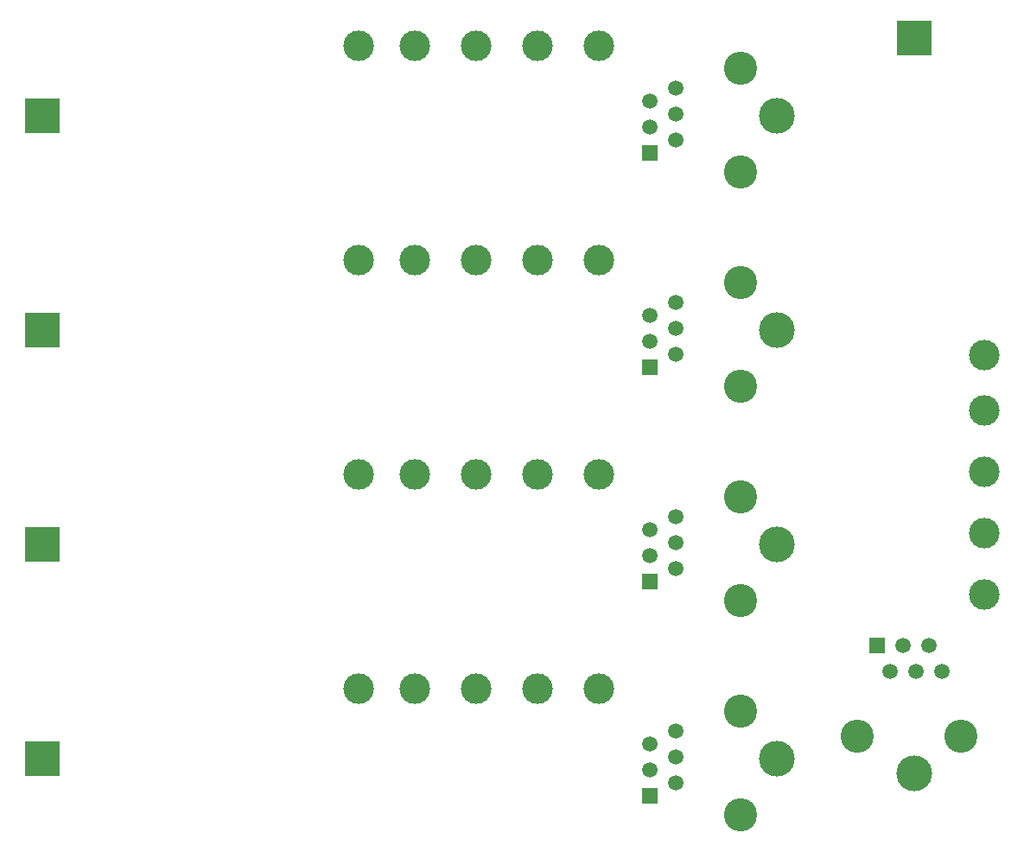
<source format=gbr>
%TF.GenerationSoftware,KiCad,Pcbnew,(5.1.9)-1*%
%TF.CreationDate,2021-04-05T17:54:05+02:00*%
%TF.ProjectId,IM350_AM550_multi,494d3335-305f-4414-9d35-35305f6d756c,rev?*%
%TF.SameCoordinates,Original*%
%TF.FileFunction,Soldermask,Bot*%
%TF.FilePolarity,Negative*%
%FSLAX46Y46*%
G04 Gerber Fmt 4.6, Leading zero omitted, Abs format (unit mm)*
G04 Created by KiCad (PCBNEW (5.1.9)-1) date 2021-04-05 17:54:05*
%MOMM*%
%LPD*%
G01*
G04 APERTURE LIST*
%ADD10R,1.520000X1.520000*%
%ADD11C,3.250000*%
%ADD12C,1.520000*%
%ADD13C,3.000000*%
%ADD14R,3.500000X3.500000*%
%ADD15C,3.500000*%
G04 APERTURE END LIST*
D10*
%TO.C,J7*%
X124800000Y-92500000D03*
D11*
X122890000Y-101390000D03*
D12*
X126070000Y-95040000D03*
X127340000Y-92500000D03*
X128610000Y-95040000D03*
X129880000Y-92500000D03*
X131150000Y-95040000D03*
D11*
X133050000Y-101390000D03*
%TD*%
%TO.C,J7*%
X111390000Y-98950000D03*
D12*
X105040000Y-100850000D03*
X102500000Y-102120000D03*
X105040000Y-103390000D03*
X102500000Y-104660000D03*
X105040000Y-105930000D03*
D11*
X111390000Y-109110000D03*
D10*
X102500000Y-107200000D03*
%TD*%
%TO.C,J7*%
X102500000Y-86200000D03*
D11*
X111390000Y-88110000D03*
D12*
X105040000Y-84930000D03*
X102500000Y-83660000D03*
X105040000Y-82390000D03*
X102500000Y-81120000D03*
X105040000Y-79850000D03*
D11*
X111390000Y-77950000D03*
%TD*%
%TO.C,J7*%
X111390000Y-56950000D03*
D12*
X105040000Y-58850000D03*
X102500000Y-60120000D03*
X105040000Y-61390000D03*
X102500000Y-62660000D03*
X105040000Y-63930000D03*
D11*
X111390000Y-67110000D03*
D10*
X102500000Y-65200000D03*
%TD*%
%TO.C,J7*%
X102500000Y-44200000D03*
D11*
X111390000Y-46110000D03*
D12*
X105040000Y-42930000D03*
X102500000Y-41660000D03*
X105040000Y-40390000D03*
X102500000Y-39120000D03*
X105040000Y-37850000D03*
D11*
X111390000Y-35950000D03*
%TD*%
D13*
%TO.C,J1*%
X135300000Y-87500000D03*
%TD*%
%TO.C,J4*%
X135300000Y-75500000D03*
%TD*%
%TO.C,J2*%
X135300000Y-64000000D03*
%TD*%
%TO.C,J6*%
X135300000Y-81500000D03*
%TD*%
%TO.C,J3*%
X135300000Y-69500000D03*
%TD*%
D14*
%TO.C,BT1*%
X128445000Y-33000000D03*
D15*
X128445000Y-105000000D03*
%TD*%
D13*
%TO.C,J4*%
X85500000Y-96700000D03*
%TD*%
%TO.C,J3*%
X79500000Y-96700000D03*
%TD*%
%TO.C,J2*%
X74000000Y-96700000D03*
%TD*%
%TO.C,J1*%
X97500000Y-96700000D03*
%TD*%
%TO.C,J6*%
X91500000Y-96700000D03*
%TD*%
D15*
%TO.C,BT1*%
X115000000Y-103555000D03*
D14*
X43000000Y-103555000D03*
%TD*%
D13*
%TO.C,J4*%
X85500000Y-75700000D03*
%TD*%
%TO.C,J3*%
X79500000Y-75700000D03*
%TD*%
%TO.C,J2*%
X74000000Y-75700000D03*
%TD*%
%TO.C,J1*%
X97500000Y-75700000D03*
%TD*%
D14*
%TO.C,BT1*%
X43000000Y-82555000D03*
D15*
X115000000Y-82555000D03*
%TD*%
D13*
%TO.C,J6*%
X91500000Y-75700000D03*
%TD*%
%TO.C,J6*%
X91500000Y-54700000D03*
%TD*%
%TO.C,J4*%
X85500000Y-54700000D03*
%TD*%
%TO.C,J3*%
X79500000Y-54700000D03*
%TD*%
%TO.C,J2*%
X74000000Y-54700000D03*
%TD*%
%TO.C,J1*%
X97500000Y-54700000D03*
%TD*%
D15*
%TO.C,BT1*%
X115000000Y-61555000D03*
D14*
X43000000Y-61555000D03*
%TD*%
%TO.C,BT1*%
X43000000Y-40555000D03*
D15*
X115000000Y-40555000D03*
%TD*%
D13*
%TO.C,J1*%
X97500000Y-33700000D03*
%TD*%
%TO.C,J2*%
X74000000Y-33700000D03*
%TD*%
%TO.C,J3*%
X79500000Y-33700000D03*
%TD*%
%TO.C,J4*%
X85500000Y-33700000D03*
%TD*%
%TO.C,J6*%
X91500000Y-33700000D03*
%TD*%
M02*

</source>
